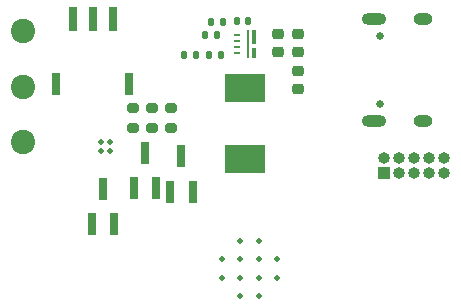
<source format=gbs>
G04 #@! TF.GenerationSoftware,KiCad,Pcbnew,(7.0.0)*
G04 #@! TF.CreationDate,2023-05-25T13:49:04-05:00*
G04 #@! TF.ProjectId,Emrick,456d7269-636b-42e6-9b69-6361645f7063,3*
G04 #@! TF.SameCoordinates,Original*
G04 #@! TF.FileFunction,Soldermask,Bot*
G04 #@! TF.FilePolarity,Negative*
%FSLAX46Y46*%
G04 Gerber Fmt 4.6, Leading zero omitted, Abs format (unit mm)*
G04 Created by KiCad (PCBNEW (7.0.0)) date 2023-05-25 13:49:04*
%MOMM*%
%LPD*%
G01*
G04 APERTURE LIST*
G04 Aperture macros list*
%AMRoundRect*
0 Rectangle with rounded corners*
0 $1 Rounding radius*
0 $2 $3 $4 $5 $6 $7 $8 $9 X,Y pos of 4 corners*
0 Add a 4 corners polygon primitive as box body*
4,1,4,$2,$3,$4,$5,$6,$7,$8,$9,$2,$3,0*
0 Add four circle primitives for the rounded corners*
1,1,$1+$1,$2,$3*
1,1,$1+$1,$4,$5*
1,1,$1+$1,$6,$7*
1,1,$1+$1,$8,$9*
0 Add four rect primitives between the rounded corners*
20,1,$1+$1,$2,$3,$4,$5,0*
20,1,$1+$1,$4,$5,$6,$7,0*
20,1,$1+$1,$6,$7,$8,$9,0*
20,1,$1+$1,$8,$9,$2,$3,0*%
G04 Aperture macros list end*
%ADD10RoundRect,0.140000X0.140000X0.170000X-0.140000X0.170000X-0.140000X-0.170000X0.140000X-0.170000X0*%
%ADD11R,0.600000X0.249200*%
%ADD12R,0.600000X0.250000*%
%ADD13R,0.250000X2.400000*%
%ADD14R,0.300000X1.200000*%
%ADD15R,0.300000X0.900000*%
%ADD16C,2.057400*%
%ADD17RoundRect,0.135000X0.135000X0.185000X-0.135000X0.185000X-0.135000X-0.185000X0.135000X-0.185000X0*%
%ADD18R,3.500000X2.350000*%
%ADD19RoundRect,0.225000X-0.250000X0.225000X-0.250000X-0.225000X0.250000X-0.225000X0.250000X0.225000X0*%
%ADD20RoundRect,0.135000X-0.135000X-0.185000X0.135000X-0.185000X0.135000X0.185000X-0.135000X0.185000X0*%
%ADD21C,0.508000*%
%ADD22C,0.499999*%
%ADD23O,1.000000X1.000000*%
%ADD24R,1.000000X1.000000*%
%ADD25RoundRect,0.225000X0.250000X-0.225000X0.250000X0.225000X-0.250000X0.225000X-0.250000X-0.225000X0*%
%ADD26O,1.600000X1.000000*%
%ADD27O,2.100000X1.000000*%
%ADD28C,0.650000*%
%ADD29RoundRect,0.200000X-0.275000X0.200000X-0.275000X-0.200000X0.275000X-0.200000X0.275000X0.200000X0*%
%ADD30R,0.660400X2.000000*%
%ADD31R,0.762000X1.854200*%
%ADD32R,0.800000X1.900000*%
G04 APERTURE END LIST*
D10*
X102380000Y-19900000D03*
X101420000Y-19900000D03*
D11*
X104140000Y-21387982D03*
X104140000Y-20887856D03*
D12*
X104140000Y-20387730D03*
X104140000Y-19889999D03*
D13*
X105040000Y-20639999D03*
D14*
X105580600Y-20042205D03*
D15*
X105580600Y-21382205D03*
D16*
X86000000Y-19596100D03*
X86000000Y-24295100D03*
X86000000Y-28994100D03*
D17*
X102910000Y-18800000D03*
X101890000Y-18800000D03*
D18*
X104799999Y-24374999D03*
X104799999Y-30424999D03*
D19*
X109280190Y-19820000D03*
X109280190Y-21370000D03*
D10*
X105050190Y-18720000D03*
X104090190Y-18720000D03*
D20*
X101740190Y-21580000D03*
X102760190Y-21580000D03*
D17*
X100610000Y-21600000D03*
X99590000Y-21600000D03*
D21*
X92556111Y-28931299D03*
X93343511Y-28931299D03*
X93343511Y-29718699D03*
X92556111Y-29718699D03*
D19*
X109300000Y-22960000D03*
X109300000Y-24510000D03*
D22*
X104396499Y-37325001D03*
X106003501Y-38846499D03*
X104396499Y-38846499D03*
X107524999Y-40453501D03*
X106003501Y-40453501D03*
X104396499Y-40453501D03*
X104396499Y-41974999D03*
X106003501Y-37325001D03*
X102875001Y-38846499D03*
X102875001Y-40453501D03*
X106003501Y-41974999D03*
X107524999Y-38846499D03*
D23*
X121629999Y-30304999D03*
X121629999Y-31574999D03*
X120359999Y-30304999D03*
X120359999Y-31574999D03*
X119089999Y-30304999D03*
X119089999Y-31574999D03*
X117819999Y-30304999D03*
X117819999Y-31574999D03*
X116549999Y-30304999D03*
D24*
X116549999Y-31574999D03*
D25*
X107580190Y-21370000D03*
X107580190Y-19820000D03*
D26*
X119874999Y-18529999D03*
D27*
X115694999Y-18529999D03*
D26*
X119874999Y-27169999D03*
D27*
X115694999Y-27169999D03*
D28*
X116195000Y-19960000D03*
X116195000Y-25740000D03*
D29*
X98517500Y-26117500D03*
X98517500Y-27767500D03*
D30*
X93599998Y-18561999D03*
X91899999Y-18561999D03*
X90200000Y-18561999D03*
D31*
X94974999Y-24027399D03*
X88824999Y-24027399D03*
D32*
X93699999Y-35899999D03*
X91799999Y-35899999D03*
X92749999Y-32899999D03*
X100349999Y-33149999D03*
X98449999Y-33149999D03*
X99399999Y-30149999D03*
D29*
X96917500Y-26117500D03*
X96917500Y-27767500D03*
D32*
X97249999Y-32849999D03*
X95349999Y-32849999D03*
X96299999Y-29849999D03*
D29*
X95317500Y-26117500D03*
X95317500Y-27767500D03*
M02*

</source>
